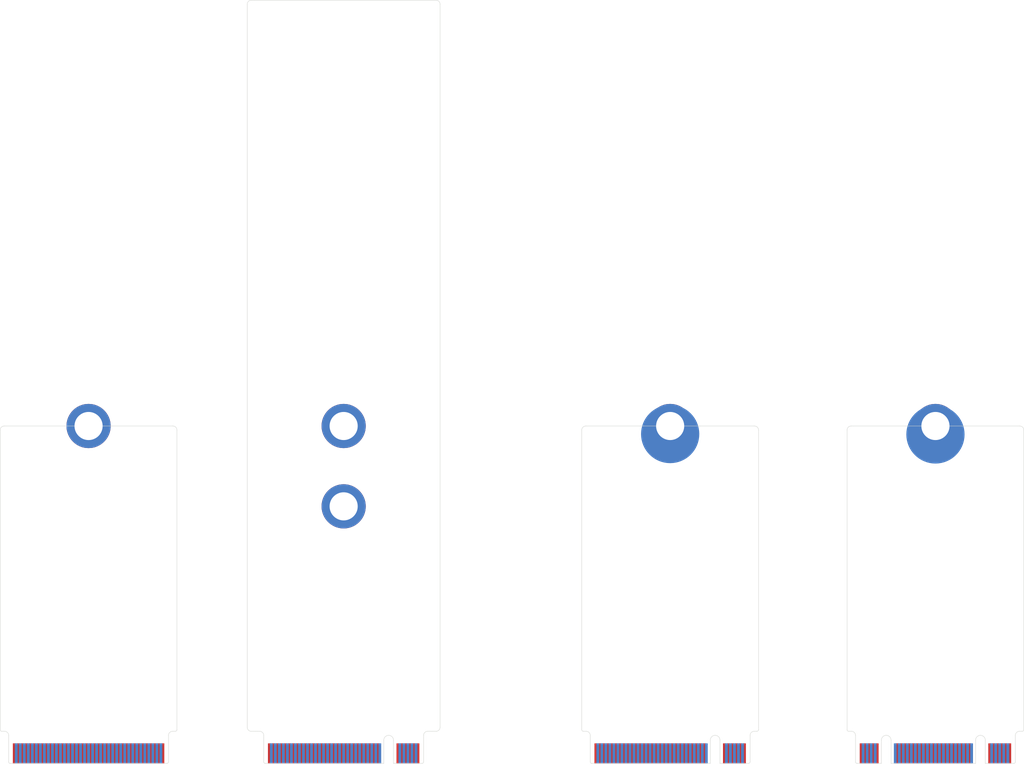
<source format=kicad_pcb>
(kicad_pcb (version 20201002) (generator pcbnew)

  (general
    (thickness 1.6)
  )

  (paper "A4")
  (layers
    (0 "F.Cu" signal "Top")
    (31 "B.Cu" signal "Bottom")
    (32 "B.Adhes" user "B.Adhesive")
    (33 "F.Adhes" user "F.Adhesive")
    (34 "B.Paste" user)
    (35 "F.Paste" user)
    (36 "B.SilkS" user "B.Silkscreen")
    (37 "F.SilkS" user "F.Silkscreen")
    (38 "B.Mask" user)
    (39 "F.Mask" user)
    (40 "Dwgs.User" user "User.Drawings")
    (41 "Cmts.User" user "User.Comments")
    (42 "Eco1.User" user "User.Eco1")
    (43 "Eco2.User" user "User.Eco2")
    (44 "Edge.Cuts" user)
    (45 "Margin" user)
    (46 "B.CrtYd" user "B.Courtyard")
    (47 "F.CrtYd" user "F.Courtyard")
    (48 "B.Fab" user)
    (49 "F.Fab" user)
    (50 "User.1" user)
    (51 "User.2" user)
    (52 "User.3" user)
    (53 "User.4" user)
    (54 "User.5" user)
    (55 "User.6" user)
    (56 "User.7" user)
    (57 "User.8" user)
    (58 "User.9" user)
  )

  (setup
    (pcbplotparams
      (layerselection 0x00010fc_ffffffff)
      (usegerberextensions false)
      (usegerberattributes true)
      (usegerberadvancedattributes true)
      (creategerberjobfile true)
      (svguseinch false)
      (svgprecision 6)
      (excludeedgelayer true)
      (linewidth 0.100000)
      (plotframeref false)
      (viasonmask false)
      (mode 1)
      (useauxorigin false)
      (hpglpennumber 1)
      (hpglpenspeed 20)
      (hpglpendiameter 15.000000)
      (psnegative false)
      (psa4output false)
      (plotreference true)
      (plotvalue true)
      (plotinvisibletext false)
      (sketchpadsonfab false)
      (subtractmaskfromsilk false)
      (outputformat 1)
      (mirror false)
      (drillshape 1)
      (scaleselection 1)
      (outputdirectory "")
    )
  )


  (net 0 "")

  (module "M.2-Templates:M.2-B-KEY" (layer "F.Cu") (tedit 0) (tstamp 2b1b480c-4cff-4bea-80bf-4e4d14f7fccd)
    (at 168.1861 152.5036)
    (property "Sheet file" "E:/Dropbox/Eagle Projects/M.2-Templates/KiCad/M.2-Templates.sch")
    (property "Sheet name" "M.2-Templates_0")
    (path "/56fb8db9-d85c-45ae-a2c2-f865f8ec3859")
    (fp_text reference "U$2" (at 0 0) (layer "F.SilkS") hide
      (effects (font (size 1.27 1.27) (thickness 0.15)))
      (tstamp 3761c365-f207-4deb-b262-754a0d1e1990)
    )
    (fp_text value "M.2-B-KEY" (at 0 0) (layer "F.SilkS") hide
      (effects (font (size 1.27 1.27) (thickness 0.15)))
      (tstamp f3242fd4-d348-4bee-aeeb-a384cf4a3b96)
    )
    (fp_circle (center 0 -41) (end 3 -41) (layer "B.Cu") (width 1.25) (tstamp fbafbb01-73ee-4798-a656-22f9432bafee))
    (fp_poly (pts (xy 2.55 -38.45)
      (xy -2.55 -38.45)
      (xy -2.55 -43.55)
      (xy 2.55 -43.55)) (layer "B.Cu") (width 0) (tstamp 279e0beb-f3c8-494d-ac2c-b6db5e9987fb))
    (fp_line (start 5 -2.9) (end 5 0) (layer "Edge.Cuts") (width 0.05) (tstamp 0221e960-6461-4b47-8538-bd4ff09979dc))
    (fp_line (start 9.95 -0.2) (end 9.95 -3.5) (layer "Edge.Cuts") (width 0.05) (tstamp 17cc1c4e-66b3-4c40-8dd2-40da4f9f07ac))
    (fp_line (start 6.2 0) (end 9.75 0) (layer "Edge.Cuts") (width 0.05) (tstamp 1ee09dd2-4c40-4ede-80dc-083ffe8ce791))
    (fp_line (start -9.75 0) (end 5 0) (layer "Edge.Cuts") (width 0.05) (tstamp 28501308-0005-4bb0-b0d7-f4e786391608))
    (fp_line (start -9.95 -3.5) (end -9.95 -0.2) (layer "Edge.Cuts") (width 0.05) (tstamp 28978deb-a22b-4349-b168-5e04983d510e))
    (fp_line (start 11 -4.2) (end 11 -41.5) (layer "Edge.Cuts") (width 0.05) (tstamp 3028277f-69a1-4c70-97ff-e957a2f496ae))
    (fp_line (start -10.8 -4) (end -10.45 -4) (layer "Edge.Cuts") (width 0.05) (tstamp 7b99bf13-39cf-44c2-b5fe-8ea50d358c1e))
    (fp_line (start 10.45 -4) (end 10.8 -4) (layer "Edge.Cuts") (width 0.05) (tstamp 8c9c507e-1ad8-4181-a39e-eed380e05fa5))
    (fp_line (start -11 -41.5) (end -11 -4.2) (layer "Edge.Cuts") (width 0.05) (tstamp b521caa9-0012-4261-8a1c-330bec34c287))
    (fp_line (start 10.5 -42) (end -10.5 -42) (layer "Edge.Cuts") (width 0.05) (tstamp d9c04d9d-4948-497a-83ef-997ae8b0ad61))
    (fp_line (start 6.2 -2.9) (end 6.2 0) (layer "Edge.Cuts") (width 0.05) (tstamp fd1cdad0-3e26-4170-b4fc-16fb5c858184))
    (fp_arc (start 9.75 -0.2) (end 9.75 0) (angle -90) (layer "Edge.Cuts") (width 0.05) (tstamp 097cc5d0-ea33-468e-b8a7-c5a646bd12d3))
    (fp_arc (start 5.6 -2.9) (end 5.6 -3.5) (angle -90) (layer "Edge.Cuts") (width 0.05) (tstamp 3b3ed34d-9be0-4a9e-ad2e-a24d706e71b5))
    (fp_arc (start -10.45 -3.5) (end -10.45 -4) (angle 90) (layer "Edge.Cuts") (width 0.05) (tstamp 4cb8b143-5485-4218-a633-c74c22c31d8f))
    (fp_arc (start -9.75 -0.2) (end -9.95 -0.2) (angle -90) (layer "Edge.Cuts") (width 0.05) (tstamp 982bafb3-5319-434c-9bd7-a4133d55b433))
    (fp_arc (start 10.45 -3.5) (end 9.95 -3.5) (angle 90) (layer "Edge.Cuts") (width 0.05) (tstamp 9cc92591-7a2f-4dec-bc4c-6ada2bd2596c))
    (fp_arc (start 10.5 -41.5) (end 11 -41.5) (angle -90) (layer "Edge.Cuts") (width 0.05) (tstamp bbdf7a35-6fd9-434d-9091-329b231ed8c6))
    (fp_arc (start -10.5 -41.5) (end -10.5 -42) (angle -90) (layer "Edge.Cuts") (width 0.05) (tstamp d7a5bc63-bb8c-4ad1-8939-c6a09254b1d7))
    (fp_arc (start -10.8 -4.2) (end -11 -4.2) (angle -90) (layer "Edge.Cuts") (width 0.05) (tstamp d97119a3-cd95-42b3-8632-daa082dc60cb))
    (fp_arc (start 10.8 -4.2) (end 10.8 -4) (angle -90) (layer "Edge.Cuts") (width 0.05) (tstamp e0417fe8-bad7-4555-b322-8220b0171e50))
    (fp_arc (start 5.6 -2.9) (end 5.6 -3.5) (angle 90) (layer "Edge.Cuts") (width 0.05) (tstamp faefb52c-a739-4698-a387-dddd4afc3e24))
    (pad "MOUNTING-HOLE" thru_hole circle (at 0 -42) (size 5.5 5.5) (drill 3.5) (layers *.Cu *.Mask)
      (solder_mask_margin 0.1016) (tstamp 27179410-41e5-44f7-bce8-94453e07f5e8))
    (pad "P$1" smd rect (at 9.25 -1.25) (size 0.35 2.5) (layers "F.Cu" "F.Paste" "F.Mask")
      (solder_mask_margin 0.1016) (tstamp 5b72a452-2cca-4971-964d-7c74970645f1))
    (pad "P$2" smd rect (at 9 -1.25) (size 0.35 2.5) (layers "B.Cu" "B.Paste" "B.Mask")
      (solder_mask_margin 0.1016) (tstamp e26f3ba9-0d8f-42d1-b85f-6fe01ea32bd0))
    (pad "P$3" smd rect (at 8.75 -1.25) (size 0.35 2.5) (layers "F.Cu" "F.Paste" "F.Mask")
      (solder_mask_margin 0.1016) (tstamp 07b1d5b7-6c23-444e-b1e9-849afda33669))
    (pad "P$4" smd rect (at 8.5 -1.25) (size 0.35 2.5) (layers "B.Cu" "B.Paste" "B.Mask")
      (solder_mask_margin 0.1016) (tstamp f2bab4b1-c48f-4202-8de7-feffb2d3e78c))
    (pad "P$5" smd rect (at 8.25 -1.25) (size 0.35 2.5) (layers "F.Cu" "F.Paste" "F.Mask")
      (solder_mask_margin 0.1016) (tstamp a047c183-25c3-40c8-943e-c7111999e76d))
    (pad "P$6" smd rect (at 8 -1.25) (size 0.35 2.5) (layers "B.Cu" "B.Paste" "B.Mask")
      (solder_mask_margin 0.1016) (tstamp 88af8a96-7f2e-4561-aa42-790e3e8b6f02))
    (pad "P$7" smd rect (at 7.75 -1.25) (size 0.35 2.5) (layers "F.Cu" "F.Paste" "F.Mask")
      (solder_mask_margin 0.1016) (tstamp 00e97b97-c466-4cc7-8c4b-471b0833833c))
    (pad "P$8" smd rect (at 7.5 -1.25) (size 0.35 2.5) (layers "B.Cu" "B.Paste" "B.Mask")
      (solder_mask_margin 0.1016) (tstamp 6a989267-0c20-4c12-9d59-62a9a35a0f71))
    (pad "P$9" smd rect (at 7.25 -1.25) (size 0.35 2.5) (layers "F.Cu" "F.Paste" "F.Mask")
      (solder_mask_margin 0.1016) (tstamp bb754c11-7f58-4538-b06e-204d3761082b))
    (pad "P$10" smd rect (at 7 -1.25) (size 0.35 2.5) (layers "B.Cu" "B.Paste" "B.Mask")
      (solder_mask_margin 0.1016) (tstamp ec895209-9e6f-4c48-acda-748a6d3df603))
    (pad "P$11" smd rect (at 6.75 -1.25) (size 0.35 2.5) (layers "F.Cu" "F.Paste" "F.Mask")
      (solder_mask_margin 0.1016) (tstamp 4d8d0c30-0a2d-4d17-ac52-0c642064c5d9))
    (pad "P$20" smd rect (at 4.5 -1.25) (size 0.35 2.5) (layers "B.Cu" "B.Paste" "B.Mask")
      (solder_mask_margin 0.1016) (tstamp 327cf20b-7578-43b4-88f9-6d79ce60414a))
    (pad "P$21" smd rect (at 4.25 -1.25) (size 0.35 2.5) (layers "F.Cu" "F.Paste" "F.Mask")
      (solder_mask_margin 0.1016) (tstamp aa778ab9-07e7-4750-8241-e65422f53e87))
    (pad "P$22" smd rect (at 4 -1.25) (size 0.35 2.5) (layers "B.Cu" "B.Paste" "B.Mask")
      (solder_mask_margin 0.1016) (tstamp bdc6e863-c956-4724-99b2-a92d5625151e))
    (pad "P$23" smd rect (at 3.75 -1.25) (size 0.35 2.5) (layers "F.Cu" "F.Paste" "F.Mask")
      (solder_mask_margin 0.1016) (tstamp 83968c15-43d7-4145-bc50-9b64df326c59))
    (pad "P$24" smd rect (at 3.5 -1.25) (size 0.35 2.5) (layers "B.Cu" "B.Paste" "B.Mask")
      (solder_mask_margin 0.1016) (tstamp 38847beb-955a-4faf-b1f8-df425cc24d23))
    (pad "P$25" smd rect (at 3.25 -1.25) (size 0.35 2.5) (layers "F.Cu" "F.Paste" "F.Mask")
      (solder_mask_margin 0.1016) (tstamp a4d9e5e5-79e3-45bb-9350-e88979c87e0a))
    (pad "P$26" smd rect (at 3 -1.25) (size 0.35 2.5) (layers "B.Cu" "B.Paste" "B.Mask")
      (solder_mask_margin 0.1016) (tstamp df854bc1-2a3d-4efc-877c-f8e219448771))
    (pad "P$27" smd rect (at 2.75 -1.25) (size 0.35 2.5) (layers "F.Cu" "F.Paste" "F.Mask")
      (solder_mask_margin 0.1016) (tstamp 4a225061-c846-497d-bfd2-3ecadf226ea1))
    (pad "P$28" smd rect (at 2.5 -1.25) (size 0.35 2.5) (layers "B.Cu" "B.Paste" "B.Mask")
      (solder_mask_margin 0.1016) (tstamp a6c3e174-e46d-4ace-8935-2dbfe56a24db))
    (pad "P$29" smd rect (at 2.25 -1.25) (size 0.35 2.5) (layers "F.Cu" "F.Paste" "F.Mask")
      (solder_mask_margin 0.1016) (tstamp 8c4c463e-6661-42ed-a821-60b0db391332))
    (pad "P$30" smd rect (at 2 -1.25) (size 0.35 2.5) (layers "B.Cu" "B.Paste" "B.Mask")
      (solder_mask_margin 0.1016) (tstamp f24f3e9d-b8ce-4604-89ae-bee5d6daaee4))
    (pad "P$31" smd rect (at 1.75 -1.25) (size 0.35 2.5) (layers "F.Cu" "F.Paste" "F.Mask")
      (solder_mask_margin 0.1016) (tstamp e4c5948f-a2a9-45db-887f-e494bdcb441d))
    (pad "P$32" smd rect (at 1.5 -1.25) (size 0.35 2.5) (layers "B.Cu" "B.Paste" "B.Mask")
      (solder_mask_margin 0.1016) (tstamp 34b620b6-d835-4d30-9e74-37a11dd26aa9))
    (pad "P$33" smd rect (at 1.25 -1.25) (size 0.35 2.5) (layers "F.Cu" "F.Paste" "F.Mask")
      (solder_mask_margin 0.1016) (tstamp 6e68ec35-3ab9-4fb6-9bec-01f0f8407d37))
    (pad "P$34" smd rect (at 1 -1.25) (size 0.35 2.5) (layers "B.Cu" "B.Paste" "B.Mask")
      (solder_mask_margin 0.1016) (tstamp 7112f00f-7330-4973-88a5-871bf14499f4))
    (pad "P$35" smd rect (at 0.75 -1.25) (size 0.35 2.5) (layers "F.Cu" "F.Paste" "F.Mask")
      (solder_mask_margin 0.1016) (tstamp c49a1de6-c4b0-4a35-b3e1-6bff316c1987))
    (pad "P$36" smd rect (at 0.5 -1.25) (size 0.35 2.5) (layers "B.Cu" "B.Paste" "B.Mask")
      (solder_mask_margin 0.1016) (tstamp ae242eaa-69e0-4462-a143-79ee9d7d27a5))
    (pad "P$37" smd rect (at 0.25 -1.25) (size 0.35 2.5) (layers "F.Cu" "F.Paste" "F.Mask")
      (solder_mask_margin 0.1016) (tstamp 2300a139-dd5b-4e28-89cb-c6b8c001bd79))
    (pad "P$38" smd rect (at 0 -1.25) (size 0.35 2.5) (layers "B.Cu" "B.Paste" "B.Mask")
      (solder_mask_margin 0.1016) (tstamp 9780870f-dd78-4d82-b374-094b0e763c29))
    (pad "P$39" smd rect (at -0.25 -1.25) (size 0.35 2.5) (layers "F.Cu" "F.Paste" "F.Mask")
      (solder_mask_margin 0.1016) (tstamp f38fdd3b-49bb-409b-99bb-fdeba6d51cfc))
    (pad "P$40" smd rect (at -0.5 -1.25) (size 0.35 2.5) (layers "B.Cu" "B.Paste" "B.Mask")
      (solder_mask_margin 0.1016) (tstamp 8271442e-a0ba-4643-8119-b90b180587b8))
    (pad "P$41" smd rect (at -0.75 -1.25) (size 0.35 2.5) (layers "F.Cu" "F.Paste" "F.Mask")
      (solder_mask_margin 0.1016) (tstamp c468e363-e946-4f83-99a7-7f0927e50ca7))
    (pad "P$42" smd rect (at -1 -1.25) (size 0.35 2.5) (layers "B.Cu" "B.Paste" "B.Mask")
      (solder_mask_margin 0.1016) (tstamp 7cf28ff6-cb08-476f-9be6-445d965ba7fc))
    (pad "P$43" smd rect (at -1.25 -1.25) (size 0.35 2.5) (layers "F.Cu" "F.Paste" "F.Mask")
      (solder_mask_margin 0.1016) (tstamp 39a30b9d-5060-4674-9d62-520d315f6834))
    (pad "P$44" smd rect (at -1.5 -1.25) (size 0.35 2.5) (layers "B.Cu" "B.Paste" "B.Mask")
      (solder_mask_margin 0.1016) (tstamp 37eec98c-3b6f-4115-a855-3cd74a363ef4))
    (pad "P$45" smd rect (at -1.75 -1.25) (size 0.35 2.5) (layers "F.Cu" "F.Paste" "F.Mask")
      (solder_mask_margin 0.1016) (tstamp 595273fd-f9fd-4a08-b34a-d26a278b12ef))
    (pad "P$46" smd rect (at -2 -1.25) (size 0.35 2.5) (layers "B.Cu" "B.Paste" "B.Mask")
      (solder_mask_margin 0.1016) (tstamp 4e740c9a-4d68-4f84-9727-b59df4f90b20))
    (pad "P$47" smd rect (at -2.25 -1.25) (size 0.35 2.5) (layers "F.Cu" "F.Paste" "F.Mask")
      (solder_mask_margin 0.1016) (tstamp 7a6b110d-7b7f-4108-a5e8-241e9827a937))
    (pad "P$48" smd rect (at -2.5 -1.25) (size 0.35 2.5) (layers "B.Cu" "B.Paste" "B.Mask")
      (solder_mask_margin 0.1016) (tstamp 99446175-d4bb-4777-adc7-f9f51aef48e2))
    (pad "P$49" smd rect (at -2.75 -1.25) (size 0.35 2.5) (layers "F.Cu" "F.Paste" "F.Mask")
      (solder_mask_margin 0.1016) (tstamp f9a32e11-3922-4afc-9985-f1e420f5d75e))
    (pad "P$50" smd rect (at -3 -1.25) (size 0.35 2.5) (layers "B.Cu" "B.Paste" "B.Mask")
      (solder_mask_margin 0.1016) (tstamp b7a13e65-9578-4856-9952-e693a1d0127f))
    (pad "P$51" smd rect (at -3.25 -1.25) (size 0.35 2.5) (layers "F.Cu" "F.Paste" "F.Mask")
      (solder_mask_margin 0.1016) (tstamp fca906fa-c6fc-45f0-85d4-107a28b189fa))
    (pad "P$52" smd rect (at -3.5 -1.25) (size 0.35 2.5) (layers "B.Cu" "B.Paste" "B.Mask")
      (solder_mask_margin 0.1016) (tstamp 8bb8357f-ce4d-493c-9f95-c0d47e01c4f9))
    (pad "P$53" smd rect (at -3.75 -1.25) (size 0.35 2.5) (layers "F.Cu" "F.Paste" "F.Mask")
      (solder_mask_margin 0.1016) (tstamp a6a96fcd-647a-4576-aada-56f7b9535416))
    (pad "P$54" smd rect (at -4 -1.25) (size 0.35 2.5) (layers "B.Cu" "B.Paste" "B.Mask")
      (solder_mask_margin 0.1016) (tstamp 612ab2b5-d378-4d29-8170-1fb83a65488a))
    (pad "P$55" smd rect (at -4.25 -1.25) (size 0.35 2.5) (layers "F.Cu" "F.Paste" "F.Mask")
      (solder_mask_margin 0.1016) (tstamp 1251d28e-9a1b-40bc-88fb-28ce07228366))
    (pad "P$56" smd rect (at -4.5 -1.25) (size 0.35 2.5) (layers "B.Cu" "B.Paste" "B.Mask")
      (solder_mask_margin 0.1016) (tstamp 4eaabb33-9ee3-46cd-8296-3a24c8f2b176))
    (pad "P$57" smd rect (at -4.75 -1.25) (size 0.35 2.5) (layers "F.Cu" "F.Paste" "F.Mask")
      (solder_mask_margin 0.1016) (tstamp 869d3c19-d60a-405c-a1b6-1d90c52c7354))
    (pad "P$58" smd rect (at -5 -1.25) (size 0.35 2.5) (layers "B.Cu" "B.Paste" "B.Mask")
      (solder_mask_margin 0.1016) (tstamp 5bfedec1-1f57-497d-9620-643effec319e))
    (pad "P$59" smd rect (at -5.25 -1.25) (size 0.35 2.5) (layers "F.Cu" "F.Paste" "F.Mask")
      (solder_mask_margin 0.1016) (tstamp 24f1f97f-0d57-4e5b-be02-8744262ba8fa))
    (pad "P$60" smd rect (at -5.5 -1.25) (size 0.35 2.5) (layers "B.Cu" "B.Paste" "B.Mask")
      (solder_mask_margin 0.1016) (tstamp ce349e4c-97b2-4da0-8f4d-16741433f894))
    (pad "P$61" smd rect (at -5.75 -1.25) (size 0.35 2.5) (layers "F.Cu" "F.Paste" "F.Mask")
      (solder_mask_margin 0.1016) (tstamp 4e9d49fc-3c2a-4e76-87e9-a572242bccc8))
    (pad "P$62" smd rect (at -6 -1.25) (size 0.35 2.5) (layers "B.Cu" "B.Paste" "B.Mask")
      (solder_mask_margin 0.1016) (tstamp 23c7da2d-c860-412c-90f7-617ee138afae))
    (pad "P$63" smd rect (at -6.25 -1.25) (size 0.35 2.5) (layers "F.Cu" "F.Paste" "F.Mask")
      (solder_mask_margin 0.1016) (tstamp 572452a7-02cd-4e7f-861d-0c9ea3db8682))
    (pad "P$64" smd rect (at -6.5 -1.25) (size 0.35 2.5) (layers "B.Cu" "B.Paste" "B.Mask")
      (solder_mask_margin 0.1016) (tstamp f440558b-a591-4d16-ba41-1f47aeece8bb))
    (pad "P$65" smd rect (at -6.75 -1.25) (size 0.35 2.5) (layers "F.Cu" "F.Paste" "F.Mask")
      (solder_mask_margin 0.1016) (tstamp 7d38b4a5-d4c1-45d2-8b7d-4d5bc86d1246))
    (pad "P$66" smd rect (at -7 -1.25) (size 0.35 2.5) (layers "B.Cu" "B.Paste" "B.Mask")
      (solder_mask_margin 0.1016) (tstamp 1951a557-657b-4dd4-8ee3-8ebd61adbe10))
    (pad "P$67" smd rect (at -7.25 -1.25) (size 0.35 2.5) (layers "F.Cu" "F.Paste" "F.Mask")
      (solder_mask_margin 0.1016) (tstamp dbbb16c8-a1a3-4cf3-a1b7-db3132f8a3fb))
    (pad "P$68" smd rect (at -7.5 -1.25) (size 0.35 2.5) (layers "B.Cu" "B.Paste" "B.Mask")
      (solder_mask_margin 0.1016) (tstamp cbb64ade-e4f1-40d5-9a03-37d9cd2f19c3))
    (pad "P$69" smd rect (at -7.75 -1.25) (size 0.35 2.5) (layers "F.Cu" "F.Paste" "F.Mask")
      (solder_mask_margin 0.1016) (tstamp a1b7b6da-88fe-47f9-ae08-2e522dd98eef))
    (pad "P$70" smd rect (at -8 -1.25) (size 0.35 2.5) (layers "B.Cu" "B.Paste" "B.Mask")
      (solder_mask_margin 0.1016) (tstamp 746352d7-8582-4bd1-86f4-413747ca1687))
    (pad "P$71" smd rect (at -8.25 -1.25) (size 0.35 2.5) (layers "F.Cu" "F.Paste" "F.Mask")
      (solder_mask_margin 0.1016) (tstamp 5afffedc-4726-4121-abc1-f01790fce806))
    (pad "P$72" smd rect (at -8.5 -1.25) (size 0.35 2.5) (layers "B.Cu" "B.Paste" "B.Mask")
      (solder_mask_margin 0.1016) (tstamp dec2d703-0cae-4b43-88ce-27570d9f543d))
    (pad "P$73" smd rect (at -8.75 -1.25) (size 0.35 2.5) (layers "F.Cu" "F.Paste" "F.Mask")
      (solder_mask_margin 0.1016) (tstamp d616d513-dc89-4954-8985-3e3efae3ab7c))
    (pad "P$74" smd rect (at -9 -1.25) (size 0.35 2.5) (layers "B.Cu" "B.Paste" "B.Mask")
      (solder_mask_margin 0.1016) (tstamp 96aa93f9-2aa6-4522-8d31-9bd0bcd00629))
    (pad "P$75" smd rect (at -9.25 -1.25) (size 0.35 2.5) (layers "F.Cu" "F.Paste" "F.Mask")
      (solder_mask_margin 0.1016) (tstamp 51b2060b-1e60-4eb8-a07e-e2f52deb6371))
  )

  (module "M.2-Templates:M.2-B+M-KEY" (layer "F.Cu") (tedit 0) (tstamp 4a76d6c8-912d-4791-9dee-c212fca49958)
    (at 201.2061 152.5036)
    (property "Sheet file" "E:/Dropbox/Eagle Projects/M.2-Templates/KiCad/M.2-Templates.sch")
    (property "Sheet name" "M.2-Templates_0")
    (path "/27f3d994-3c2e-4b7a-be18-22906c1ee96f")
    (fp_text reference "U$1" (at 0 0) (layer "F.SilkS") hide
      (effects (font (size 1.27 1.27) (thickness 0.15)))
      (tstamp ad4d770a-268b-41f4-afeb-2dc0ab65747e)
    )
    (fp_text value "M.2-B+M-KEY" (at 0 0) (layer "F.SilkS") hide
      (effects (font (size 1.27 1.27) (thickness 0.15)))
      (tstamp 88d2ccb5-a59f-4510-98ac-8d457d858833)
    )
    (fp_circle (center 0 -40.95) (end 3 -40.95) (layer "B.Cu") (width 1.25) (tstamp 5ff9d627-8556-44cc-adff-68ef4e598291))
    (fp_poly (pts (xy 2.55 -38.45)
      (xy -2.55 -38.45)
      (xy -2.55 -43.55)
      (xy 2.55 -43.55)) (layer "B.Cu") (width 0) (tstamp 903473b7-0f1b-40c8-a249-d9c1e97ab941))
    (fp_line (start 5 -2.9) (end 5 0) (layer "Edge.Cuts") (width 0.05) (tstamp 2f4b4112-22ea-417c-973e-c3a80fd9824d))
    (fp_line (start 11 -4.2) (end 11 -41.5) (layer "Edge.Cuts") (width 0.05) (tstamp 44ca6b16-d340-45c3-8da1-879d7c4aa3f3))
    (fp_line (start 6.2 -2.9) (end 6.2 0) (layer "Edge.Cuts") (width 0.05) (tstamp 4774840d-7bb3-4a61-abd0-7d06b853b315))
    (fp_line (start 10.5 -42) (end -10.5 -42) (layer "Edge.Cuts") (width 0.05) (tstamp 48d78b06-5cc0-4a72-a5b9-9e544737e957))
    (fp_line (start -6.725 0) (end -9.75 0) (layer "Edge.Cuts") (width 0.05) (tstamp 558f6b9d-394d-425c-87b5-d96f9ba74312))
    (fp_line (start -11 -41.5) (end -11 -4.2) (layer "Edge.Cuts") (width 0.05) (tstamp 81582045-f4c0-4c3d-a6ff-db0a940b7f60))
    (fp_line (start -9.95 -3.5) (end -9.95 -0.2) (layer "Edge.Cuts") (width 0.05) (tstamp 842e6f60-fb39-4b0b-8d85-348f594870f8))
    (fp_line (start -10.8 -4) (end -10.45 -4) (layer "Edge.Cuts") (width 0.05) (tstamp a77d51af-c04b-4e84-ad3c-e1ce433ae024))
    (fp_line (start 6.2 0) (end 9.75 0) (layer "Edge.Cuts") (width 0.05) (tstamp a92443a7-f98a-4775-a997-252b583b32b4))
    (fp_line (start -5.525 0) (end 5 0) (layer "Edge.Cuts") (width 0.05) (tstamp b0c1d2c3-f609-4724-ad3c-f97911c58070))
    (fp_line (start 9.95 -0.2) (end 9.95 -3.5) (layer "Edge.Cuts") (width 0.05) (tstamp c602c895-89a9-4b81-8006-63a861cb4fdd))
    (fp_line (start -6.725 -2.9) (end -6.725 0) (layer "Edge.Cuts") (width 0.05) (tstamp d2eed191-0f12-45d9-97a7-3d1306e461ea))
    (fp_line (start 10.45 -4) (end 10.8 -4) (layer "Edge.Cuts") (width 0.05) (tstamp e7110692-ec6e-43cb-97b7-ce6a0648133b))
    (fp_line (start -5.525 -2.9) (end -5.525 0) (layer "Edge.Cuts") (width 0.05) (tstamp fd694db3-0067-4940-a44d-a0664c747a5d))
    (fp_arc (start -9.75 -0.2) (end -9.95 -0.2) (angle -90) (layer "Edge.Cuts") (width 0.05) (tstamp 1be230d3-3beb-49d9-a2df-7843d32b66aa))
    (fp_arc (start -6.125 -2.9) (end -6.125 -3.5) (angle 90) (layer "Edge.Cuts") (width 0.05) (tstamp 22c022f0-bfde-4c7d-a9df-8e8be848a0c0))
    (fp_arc (start 10.8 -4.2) (end 10.8 -4) (angle -90) (layer "Edge.Cuts") (width 0.05) (tstamp 3df9c70e-3f43-4045-a03b-920ffdd07e85))
    (fp_arc (start -6.125 -2.9) (end -6.125 -3.5) (angle -90) (layer "Edge.Cuts") (width 0.05) (tstamp 508f2c18-b224-4388-8d1a-88c3ea10a4a6))
    (fp_arc (start 5.6 -2.9) (end 5.6 -3.5) (angle 90) (layer "Edge.Cuts") (width 0.05) (tstamp 52ed5342-5a35-4e25-8db0-d123e54fb9e2))
    (fp_arc (start -10.45 -3.5) (end -10.45 -4) (angle 90) (layer "Edge.Cuts") (width 0.05) (tstamp 6d3d9504-a6d7-4d0e-b7a9-324640ce0cb7))
    (fp_arc (start -10.5 -41.5) (end -10.5 -42) (angle -90) (layer "Edge.Cuts") (width 0.05) (tstamp 805f1763-a59b-4c66-b059-6f10e9bf22ee))
    (fp_arc (start -10.8 -4.2) (end -11 -4.2) (angle -90) (layer "Edge.Cuts") (width 0.05) (tstamp 80b18437-829d-4e12-abba-ff871a3098c2))
    (fp_arc (start 5.6 -2.9) (end 5.6 -3.5) (angle -90) (layer "Edge.Cuts") (width 0.05) (tstamp 840a2542-59d1-404d-8ab3-437de2038c68))
    (fp_arc (start 10.45 -3.5) (end 9.95 -3.5) (angle 90) (layer "Edge.Cuts") (width 0.05) (tstamp 88367e78-075b-4e47-9aa4-14ca03cbce2b))
    (fp_arc (start 10.5 -41.5) (end 11 -41.5) (angle -90) (layer "Edge.Cuts") (width 0.05) (tstamp 949fdb67-4eea-4ebe-bb09-cffa7edc933c))
    (fp_arc (start 9.75 -0.2) (end 9.75 0) (angle -90) (layer "Edge.Cuts") (width 0.05) (tstamp cd1cac1d-b98e-4c44-bdc2-6d08318f0541))
    (pad "MOUNTING-HOLE" thru_hole circle (at 0 -42) (size 5.5 5.5) (drill 3.5) (layers *.Cu *.Mask)
      (solder_mask_margin 0.1016) (tstamp ad18c8d7-3f04-42a3-805c-7ad5f73edafc))
    (pad "P$1" smd rect (at 9.25 -1.25) (size 0.35 2.5) (layers "F.Cu" "F.Paste" "F.Mask")
      (solder_mask_margin 0.1016) (tstamp 476b3744-66c3-4ff9-bdfa-05b88dc4f97d))
    (pad "P$2" smd rect (at 9 -1.25) (size 0.35 2.5) (layers "B.Cu" "B.Paste" "B.Mask")
      (solder_mask_margin 0.1016) (tstamp 905b9dac-97cb-48f4-8659-5c4604be1a5a))
    (pad "P$3" smd rect (at 8.75 -1.25) (size 0.35 2.5) (layers "F.Cu" "F.Paste" "F.Mask")
      (solder_mask_margin 0.1016) (tstamp baa291f9-5a4c-4249-a322-6cac71e6887e))
    (pad "P$4" smd rect (at 8.5 -1.25) (size 0.35 2.5) (layers "B.Cu" "B.Paste" "B.Mask")
      (solder_mask_margin 0.1016) (tstamp 7df311be-3517-4bc8-ba50-c93c72d58aed))
    (pad "P$5" smd rect (at 8.25 -1.25) (size 0.35 2.5) (layers "F.Cu" "F.Paste" "F.Mask")
      (solder_mask_margin 0.1016) (tstamp 1691dfa0-e968-4cf4-8e08-1b8b0b6da5ae))
    (pad "P$6" smd rect (at 8 -1.25) (size 0.35 2.5) (layers "B.Cu" "B.Paste" "B.Mask")
      (solder_mask_margin 0.1016) (tstamp eeaafe93-ad12-4255-8692-fbb1e369aa4b))
    (pad "P$7" smd rect (at 7.75 -1.25) (size 0.35 2.5) (layers "F.Cu" "F.Paste" "F.Mask")
      (solder_mask_margin 0.1016) (tstamp 50fb779f-95f9-4d61-b220-233048828218))
    (pad "P$8" smd rect (at 7.5 -1.25) (size 0.35 2.5) (layers "B.Cu" "B.Paste" "B.Mask")
      (solder_mask_margin 0.1016) (tstamp b1cc7827-b461-4e16-a63e-e8d30ef03fd6))
    (pad "P$9" smd rect (at 7.25 -1.25) (size 0.35 2.5) (layers "F.Cu" "F.Paste" "F.Mask")
      (solder_mask_margin 0.1016) (tstamp fcacf97b-3065-45ba-bdd8-33a820c74779))
    (pad "P$10" smd rect (at 7 -1.25) (size 0.35 2.5) (layers "B.Cu" "B.Paste" "B.Mask")
      (solder_mask_margin 0.1016) (tstamp ecb67675-1fd4-4e43-ab08-71a7e2199230))
    (pad "P$11" smd rect (at 6.75 -1.25) (size 0.35 2.5) (layers "F.Cu" "F.Paste" "F.Mask")
      (solder_mask_margin 0.1016) (tstamp 198e968b-6f9b-4d37-a87b-cc735ca5966a))
    (pad "P$20" smd rect (at 4.5 -1.25) (size 0.35 2.5) (layers "B.Cu" "B.Paste" "B.Mask")
      (solder_mask_margin 0.1016) (tstamp 07d8a5ea-a185-4eea-8aa1-f9a31eaa5034))
    (pad "P$21" smd rect (at 4.25 -1.25) (size 0.35 2.5) (layers "F.Cu" "F.Paste" "F.Mask")
      (solder_mask_margin 0.1016) (tstamp 5d6a3afe-4678-46c3-9672-b5f2e8e825c1))
    (pad "P$22" smd rect (at 4 -1.25) (size 0.35 2.5) (layers "B.Cu" "B.Paste" "B.Mask")
      (solder_mask_margin 0.1016) (tstamp 965b0363-20bc-46b1-9d05-0f6a9cc450f9))
    (pad "P$23" smd rect (at 3.75 -1.25) (size 0.35 2.5) (layers "F.Cu" "F.Paste" "F.Mask")
      (solder_mask_margin 0.1016) (tstamp af0dd528-c123-4ea2-8254-00fb4988b905))
    (pad "P$24" smd rect (at 3.5 -1.25) (size 0.35 2.5) (layers "B.Cu" "B.Paste" "B.Mask")
      (solder_mask_margin 0.1016) (tstamp b1e24e50-4fc9-4982-8c64-d2629054ee81))
    (pad "P$25" smd rect (at 3.25 -1.25) (size 0.35 2.5) (layers "F.Cu" "F.Paste" "F.Mask")
      (solder_mask_margin 0.1016) (tstamp cb784f55-3bd0-48a6-9be7-c490de4c37a0))
    (pad "P$26" smd rect (at 3 -1.25) (size 0.35 2.5) (layers "B.Cu" "B.Paste" "B.Mask")
      (solder_mask_margin 0.1016) (tstamp c7dd0c53-cc3e-40f0-9f8f-e33e8bbdb9ee))
    (pad "P$27" smd rect (at 2.75 -1.25) (size 0.35 2.5) (layers "F.Cu" "F.Paste" "F.Mask")
      (solder_mask_margin 0.1016) (tstamp 94e67664-c81d-4fd0-8334-79e642094a78))
    (pad "P$28" smd rect (at 2.5 -1.25) (size 0.35 2.5) (layers "B.Cu" "B.Paste" "B.Mask")
      (solder_mask_margin 0.1016) (tstamp 4b63048a-5388-48b8-b0f1-155f85ba81cc))
    (pad "P$29" smd rect (at 2.25 -1.25) (size 0.35 2.5) (layers "F.Cu" "F.Paste" "F.Mask")
      (solder_mask_margin 0.1016) (tstamp 6779a109-fc72-42cf-b48c-417bd3c80b7e))
    (pad "P$30" smd rect (at 2 -1.25) (size 0.35 2.5) (layers "B.Cu" "B.Paste" "B.Mask")
      (solder_mask_margin 0.1016) (tstamp 775e6863-245e-4905-8143-d96385e2b9e7))
    (pad "P$31" smd rect (at 1.75 -1.25) (size 0.35 2.5) (layers "F.Cu" "F.Paste" "F.Mask")
      (solder_mask_margin 0.1016) (tstamp 67ca93c8-22ba-4291-8687-cb1330c0f25a))
    (pad "P$32" smd rect (at 1.5 -1.25) (size 0.35 2.5) (layers "B.Cu" "B.Paste" "B.Mask")
      (solder_mask_margin 0.1016) (tstamp 28c93cb2-5262-4af7-a9ef-7b021dac6894))
    (pad "P$33" smd rect (at 1.25 -1.25) (size 0.35 2.5) (layers "F.Cu" "F.Paste" "F.Mask")
      (solder_mask_margin 0.1016) (tstamp 0bc897c6-adf6-4fb6-a2ba-4d1ab636d7ad))
    (pad "P$34" smd rect (at 1 -1.25) (size 0.35 2.5) (layers "B.Cu" "B.Paste" "B.Mask")
      (solder_mask_margin 0.1016) (tstamp 23c23226-0a22-4538-a6d3-cbd6628685f1))
    (pad "P$35" smd rect (at 0.75 -1.25) (size 0.35 2.5) (layers "F.Cu" "F.Paste" "F.Mask")
      (solder_mask_margin 0.1016) (tstamp bb45ce81-e730-4e84-9794-e461557a3240))
    (pad "P$36" smd rect (at 0.5 -1.25) (size 0.35 2.5) (layers "B.Cu" "B.Paste" "B.Mask")
      (solder_mask_margin 0.1016) (tstamp 889bd400-df22-4b5c-a56e-049473feb4b4))
    (pad "P$37" smd rect (at 0.25 -1.25) (size 0.35 2.5) (layers "F.Cu" "F.Paste" "F.Mask")
      (solder_mask_margin 0.1016) (tstamp ec2cfcbe-85a4-4af9-9b57-e7aee1654831))
    (pad "P$38" smd rect (at 0 -1.25) (size 0.35 2.5) (layers "B.Cu" "B.Paste" "B.Mask")
      (solder_mask_margin 0.1016) (tstamp 1e4ecf0a-72ce-4959-9822-cacd5ab2fe62))
    (pad "P$39" smd rect (at -0.25 -1.25) (size 0.35 2.5) (layers "F.Cu" "F.Paste" "F.Mask")
      (solder_mask_margin 0.1016) (tstamp 28508b62-a3df-41ba-b179-55188a8e655a))
    (pad "P$40" smd rect (at -0.5 -1.25) (size 0.35 2.5) (layers "B.Cu" "B.Paste" "B.Mask")
      (solder_mask_margin 0.1016) (tstamp f168322e-1bce-432d-9b94-d39893a5a401))
    (pad "P$41" smd rect (at -0.75 -1.25) (size 0.35 2.5) (layers "F.Cu" "F.Paste" "F.Mask")
      (solder_mask_margin 0.1016) (tstamp db682304-aef7-4a16-9555-70188385bf92))
    (pad "P$42" smd rect (at -1 -1.25) (size 0.35 2.5) (layers "B.Cu" "B.Paste" "B.Mask")
      (solder_mask_margin 0.1016) (tstamp c3b1a6fe-c0a3-485c-9577-ce88167bf907))
    (pad "P$43" smd rect (at -1.25 -1.25) (size 0.35 2.5) (layers "F.Cu" "F.Paste" "F.Mask")
      (solder_mask_margin 0.1016) (tstamp e59c4f4f-f925-4f27-a604-f83d39c742c5))
    (pad "P$44" smd rect (at -1.5 -1.25) (size 0.35 2.5) (layers "B.Cu" "B.Paste" "B.Mask")
      (solder_mask_margin 0.1016) (tstamp ed74a191-2323-4a6d-b72a-052a4597a931))
    (pad "P$45" smd rect (at -1.75 -1.25) (size 0.35 2.5) (layers "F.Cu" "F.Paste" "F.Mask")
      (solder_mask_margin 0.1016) (tstamp 0bd0cc0e-a909-482d-a9aa-798580b35a6d))
    (pad "P$46" smd rect (at -2 -1.25) (size 0.35 2.5) (layers "B.Cu" "B.Paste" "B.Mask")
      (solder_mask_margin 0.1016) (tstamp 9b59d34e-34a0-4f82-8724-a34468d912c7))
    (pad "P$47" smd rect (at -2.25 -1.25) (size 0.35 2.5) (layers "F.Cu" "F.Paste" "F.Mask")
      (solder_mask_margin 0.1016) (tstamp c825dec8-54ba-44e6-a1c4-c23c1c81a8ba))
    (pad "P$48" smd rect (at -2.5 -1.25) (size 0.35 2.5) (layers "B.Cu" "B.Paste" "B.Mask")
      (solder_mask_margin 0.1016) (tstamp 562eb840-62d8-4e66-9bc8-01c8a65537f7))
    (pad "P$49" smd rect (at -2.75 -1.25) (size 0.35 2.5) (layers "F.Cu" "F.Paste" "F.Mask")
      (solder_mask_margin 0.1016) (tstamp 3ebfb7c0-4b76-4cf5-a115-0c7461581fa7))
    (pad "P$50" smd rect (at -3 -1.25) (size 0.35 2.5) (layers "B.Cu" "B.Paste" "B.Mask")
      (solder_mask_margin 0.1016) (tstamp 529266ae-ecd1-46dc-8ee6-a6f35c579cc0))
    (pad "P$51" smd rect (at -3.25 -1.25) (size 0.35 2.5) (layers "F.Cu" "F.Paste" "F.Mask")
      (solder_mask_margin 0.1016) (tstamp 1f113e20-4dcb-4151-8f7d-3864edb923be))
    (pad "P$52" smd rect (at -3.5 -1.25) (size 0.35 2.5) (layers "B.Cu" "B.Paste" "B.Mask")
      (solder_mask_margin 0.1016) (tstamp 2b161645-4beb-412b-aa04-6b572ea0dc67))
    (pad "P$53" smd rect (at -3.75 -1.25) (size 0.35 2.5) (layers "F.Cu" "F.Paste" "F.Mask")
      (solder_mask_margin 0.1016) (tstamp dfb9019b-c3e1-4452-ba88-da1b8b848f02))
    (pad "P$54" smd rect (at -4 -1.25) (size 0.35 2.5) (layers "B.Cu" "B.Paste" "B.Mask")
      (solder_mask_margin 0.1016) (tstamp bba4c726-fad0-4803-a2e2-3f1a79bbc8fb))
    (pad "P$55" smd rect (at -4.25 -1.25) (size 0.35 2.5) (layers "F.Cu" "F.Paste" "F.Mask")
      (solder_mask_margin 0.1016) (tstamp 34a7f349-420b-4501-a097-37206bccfb7b))
    (pad "P$56" smd rect (at -4.5 -1.25) (size 0.35 2.5) (layers "B.Cu" "B.Paste" "B.Mask")
      (solder_mask_margin 0.1016) (tstamp 94c6a2c5-2653-42a6-ab16-be6c9974644f))
    (pad "P$57" smd rect (at -4.75 -1.25) (size 0.35 2.5) (layers "F.Cu" "F.Paste" "F.Mask")
      (solder_mask_margin 0.1016) (tstamp 576d6441-d093-46c5-9985-52fcc2f4b860))
    (pad "P$58" smd rect (at -5 -1.25) (size 0.35 2.5) (layers "B.Cu" "B.Paste" "B.Mask")
      (solder_mask_margin 0.1016) (tstamp 0837d282-1fc1-425a-89d7-9711a7cde504))
    (pad "P$67" smd rect (at -7.25 -1.25) (size 0.35 2.5) (layers "F.Cu" "F.Paste" "F.Mask")
      (solder_mask_margin 0.1016) (tstamp 4583b1b3-c321-4b2d-a5da-f7597ea96846))
    (pad "P$68" smd rect (at -7.5 -1.25) (size 0.35 2.5) (layers "B.Cu" "B.Paste" "B.Mask")
      (solder_mask_margin 0.1016) (tstamp d078cfd0-e735-4811-a998-6dccb6d88a85))
    (pad "P$69" smd rect (at -7.75 -1.25) (size 0.35 2.5) (layers "F.Cu" "F.Paste" "F.Mask")
      (solder_mask_margin 0.1016) (tstamp 31e95e44-9a21-43a3-9e72-40766ca76476))
    (pad "P$70" smd rect (at -8 -1.25) (size 0.35 2.5) (layers "B.Cu" "B.Paste" "B.Mask")
      (solder_mask_margin 0.1016) (tstamp 72be5dd6-781d-4a3b-97ab-7d7715b8f56c))
    (pad "P$71" smd rect (at -8.25 -1.25) (size 0.35 2.5) (layers "F.Cu" "F.Paste" "F.Mask")
      (solder_mask_margin 0.1016) (tstamp 0702ce55-2e14-4120-aa25-a2afa75db11e))
    (pad "P$72" smd rect (at -8.5 -1.25) (size 0.35 2.5) (layers "B.Cu" "B.Paste" "B.Mask")
      (solder_mask_margin 0.1016) (tstamp 13c3511c-1349-4334-9217-ddd8d3756e2d))
    (pad "P$73" smd rect (at -8.75 -1.25) (size 0.35 2.5) (layers "F.Cu" "F.Paste" "F.Mask")
      (solder_mask_margin 0.1016) (tstamp 09b6ad3e-d60f-446e-94c8-81080ee14831))
    (pad "P$74" smd rect (at -9 -1.25) (size 0.35 2.5) (layers "B.Cu" "B.Paste" "B.Mask")
      (solder_mask_margin 0.1016) (tstamp 51411994-2a78-4455-95ef-0cbaee30ba78))
    (pad "P$75" smd rect (at -9.25 -1.25) (size 0.35 2.5) (layers "F.Cu" "F.Paste" "F.Mask")
      (solder_mask_margin 0.1016) (tstamp a47c456c-a105-49ce-8209-cef058f3360a))
  )

  (module "M.2-Templates:M.2-B-KEY-2280-ADAPTER" (layer "F.Cu") (tedit 0) (tstamp 6aafa555-2ce1-4962-8d17-f597f47387fe)
    (at 127.5461 152.5036)
    (property "Sheet file" "E:/Dropbox/Eagle Projects/M.2-Templates/KiCad/M.2-Templates.sch")
    (property "Sheet name" "M.2-Templates_0")
    (path "/62fc6c45-161e-4d6b-8647-a38c0a610a02")
    (fp_text reference "U$3" (at 0 0) (layer "F.SilkS") hide
      (effects (font (size 1.27 1.27) (thickness 0.15)))
      (tstamp 7ee12ac4-5e54-48df-9093-592ac7a1a936)
    )
    (fp_text value "M.2-B-KEY-2280-ADAPTER" (at 0 0) (layer "F.SilkS") hide
      (effects (font (size 1.27 1.27) (thickness 0.15)))
      (tstamp a60e0087-98d6-474d-ba63-9494df4e9240)
    )
    (fp_line (start 6.2 0) (end 9.75 0) (layer "Edge.Cuts") (width 0.05) (tstamp 4e768764-15bc-491d-a6e8-2edacf291d62))
    (fp_line (start -9.95 -3.5) (end -9.95 -0.2) (layer "Edge.Cuts") (width 0.05) (tstamp 610e5172-0412-4b83-a622-06fb1596ae59))
    (fp_line (start 12 -4.5) (end 12 -94.5) (layer "Edge.Cuts") (width 0.05) (tstamp 62440320-05de-44ab-8c74-14cfae8be99c))
    (fp_line (start 6.2 -2.9) (end 6.2 0) (layer "Edge.Cuts") (width 0.05) (tstamp 748f93da-a561-4149-95f1-364769d31faf))
    (fp_line (start -9.75 0) (end 5 0) (layer "Edge.Cuts") (width 0.05) (tstamp 878dc0fe-1c80-427d-9e32-cc1a26af1009))
    (fp_line (start 11.5 -95) (end -11 -95) (layer "Edge.Cuts") (width 0.05) (tstamp 890a15a2-059f-47c8-9c3b-2770b0807ee3))
    (fp_line (start -11 -4) (end -10.45 -4) (layer "Edge.Cuts") (width 0.05) (tstamp a5d419c7-fe9c-4aee-8064-b59e40105575))
    (fp_line (start 11.5 -4) (end 11 -4) (layer "Edge.Cuts") (width 0.05) (tstamp add3c90e-a7c8-4dd8-91ed-4202af9041df))
    (fp_line (start -11.5 -4) (end -11 -4) (layer "Edge.Cuts") (width 0.05) (tstamp c91d8306-26af-4c1f-a59d-8d6372e71ffe))
    (fp_line (start -12 -94.5) (end -12 -4.5) (layer "Edge.Cuts") (width 0.05) (tstamp d34da5bd-a0fa-4be0-893b-2ce1426d5039))
    (fp_line (start 5 -2.9) (end 5 0) (layer "Edge.Cuts") (width 0.05) (tstamp d70fc585-25bd-4a5d-a682-a8453d18d44b))
    (fp_line (start 9.95 -0.2) (end 9.95 -3.5) (layer "Edge.Cuts") (width 0.05) (tstamp e03f0294-ef33-496b-8ed0-856f3260ab0b))
    (fp_line (start -11 -95) (end -11.5 -95) (layer "Edge.Cuts") (width 0.05) (tstamp ee6c14eb-84ac-47f5-8874-e858e6b591b6))
    (fp_line (start 11 -4) (end 10.45 -4) (layer "Edge.Cuts") (width 0.05) (tstamp fe2fa9d2-88fa-4bea-af10-fabef8249eb8))
    (fp_arc (start -9.75 -0.2) (end -9.95 -0.2) (angle -90) (layer "Edge.Cuts") (width 0.05) (tstamp 181cc9e5-8930-4da5-b82b-c40adaaa0216))
    (fp_arc (start 9.75 -0.2) (end 9.75 0) (angle -90) (layer "Edge.Cuts") (width 0.05) (tstamp 22829df0-15b6-4a01-aff5-fc71f0f58c1f))
    (fp_arc (start 5.6 -2.9) (end 5.6 -3.5) (angle -90) (layer "Edge.Cuts") (width 0.05) (tstamp 274585cc-e57e-43c2-baf4-ff02fcb21c77))
    (fp_arc (start 10.45 -3.5) (end 9.95 -3.5) (angle 90) (layer "Edge.Cuts") (width 0.05) (tstamp 772fa6f2-8089-494a-b70c-a25da219a568))
    (fp_arc (start -11.5 -94.5) (end -11.5 -95) (angle -90) (layer "Edge.Cuts") (width 0.05) (tstamp 8a7b1814-32cb-4b42-b06c-ac5b5b4e05ec))
    (fp_arc (start 11.5 -94.5) (end 12 -94.5) (angle -90) (layer "Edge.Cuts") (width 0.05) (tstamp 91fc79ad-79da-46bb-bb8f-8ac5e9cdbd06))
    (fp_arc (start -10.45 -3.5) (end -10.45 -4) (angle 90) (layer "Edge.Cuts") (width 0.05) (tstamp a161549d-f9d3-4d4d-bf27-e1c8aa3a34c1))
    (fp_arc (start -11.5 -4.5) (end -12 -4.5) (angle -90) (layer "Edge.Cuts") (width 0.05) (tstamp a931ca95-d5f9-4826-8c1f-2a6c69df4383))
    (fp_arc (start 5.6 -2.9) (end 5.6 -3.5) (angle 90) (layer "Edge.Cuts") (width 0.05) (tstamp cd4e1269-db8f-4538-bc08-7b1b4fc16888))
    (fp_arc (start 11.5 -4.5) (end 12 -4.5) (angle 90) (layer "Edge.Cuts") (width 0.05) (tstamp dfb7ddfd-0ba1-408a-95be-124bf14379a0))
    (pad "MOUNTING-HOLE" thru_hole circle (at 0 -42) (size 5.5 5.5) (drill 3.5) (layers *.Cu *.Mask)
      (solder_mask_margin 0.1016) (tstamp 89196713-4bf3-4761-8ee6-8701714028a1))
    (pad "MOUNTING-HOLE2" thru_hole circle (at 0 -32) (size 5.5 5.5) (drill 3.5) (layers *.Cu *.Mask)
      (solder_mask_margin 0.1016) (tstamp 1ef2da60-7f91-4d76-a201-7581a864afb8))
    (pad "P$1" smd rect (at 9.25 -1.25) (size 0.35 2.5) (layers "F.Cu" "F.Paste" "F.Mask")
      (solder_mask_margin 0.1016) (tstamp bf65a6cd-b840-45b0-9710-4a74229ff66a))
    (pad "P$2" smd rect (at 9 -1.25) (size 0.35 2.5) (layers "B.Cu" "B.Paste" "B.Mask")
      (solder_mask_margin 0.1016) (tstamp 577f0a97-e429-4f8b-b5be-cf58325b8077))
    (pad "P$3" smd rect (at 8.75 -1.25) (size 0.35 2.5) (layers "F.Cu" "F.Paste" "F.Mask")
      (solder_mask_margin 0.1016) (tstamp d83ae236-8135-409f-926f-52da98bb5c02))
    (pad "P$4" smd rect (at 8.5 -1.25) (size 0.35 2.5) (layers "B.Cu" "B.Paste" "B.Mask")
      (solder_mask_margin 0.1016) (tstamp 2ebd03dc-df8d-432d-8e9e-bca8a968d39e))
    (pad "P$5" smd rect (at 8.25 -1.25) (size 0.35 2.5) (layers "F.Cu" "F.Paste" "F.Mask")
      (solder_mask_margin 0.1016) (tstamp 5881b15a-4a29-4fcf-a562-467a2e45556e))
    (pad "P$6" smd rect (at 8 -1.25) (size 0.35 2.5) (layers "B.Cu" "B.Paste" "B.Mask")
      (solder_mask_margin 0.1016) (tstamp 5b76d199-2589-48c8-822e-1ecd18d928f8))
    (pad "P$7" smd rect (at 7.75 -1.25) (size 0.35 2.5) (layers "F.Cu" "F.Paste" "F.Mask")
      (solder_mask_margin 0.1016) (tstamp ae1c8711-989e-438f-8977-e839fce4348f))
    (pad "P$8" smd rect (at 7.5 -1.25) (size 0.35 2.5) (layers "B.Cu" "B.Paste" "B.Mask")
      (solder_mask_margin 0.1016) (tstamp 02265191-b56a-408e-80e0-6f4ec85ea9c2))
    (pad "P$9" smd rect (at 7.25 -1.25) (size 0.35 2.5) (layers "F.Cu" "F.Paste" "F.Mask")
      (solder_mask_margin 0.1016) (tstamp dba2f8c3-0069-4888-b47c-c3cc6f04a4bd))
    (pad "P$10" smd rect (at 7 -1.25) (size 0.35 2.5) (layers "B.Cu" "B.Paste" "B.Mask")
      (solder_mask_margin 0.1016) (tstamp 81e5ea35-bf5d-4b55-b7dd-ed2948228e35))
    (pad "P$11" smd rect (at 6.75 -1.25) (size 0.35 2.5) (layers "F.Cu" "F.Paste" "F.Mask")
      (solder_mask_margin 0.1016) (tstamp 62ce8524-0c33-4dc1-8e01-afb990c7965d))
    (pad "P$20" smd rect (at 4.5 -1.25) (size 0.35 2.5) (layers "B.Cu" "B.Paste" "B.Mask")
      (solder_mask_margin 0.1016) (tstamp 292d46b4-6025-49f9-b096-bad45793b062))
    (pad "P$21" smd rect (at 4.25 -1.25) (size 0.35 2.5) (layers "F.Cu" "F.Paste" "F.Mask")
      (solder_mask_margin 0.1016) (tstamp 22052f33-159b-40f2-9c7f-6e844b890610))
    (pad "P$22" smd rect (at 4 -1.25) (size 0.35 2.5) (layers "B.Cu" "B.Paste" "B.Mask")
      (solder_mask_margin 0.1016) (tstamp e77309da-c0ae-4f95-be6a-8be9401b1806))
    (pad "P$23" smd rect (at 3.75 -1.25) (size 0.35 2.5) (layers "F.Cu" "F.Paste" "F.Mask")
      (solder_mask_margin 0.1016) (tstamp a26e1da5-c516-446a-a3e7-4713278a5dd1))
    (pad "P$24" smd rect (at 3.5 -1.25) (size 0.35 2.5) (layers "B.Cu" "B.Paste" "B.Mask")
      (solder_mask_margin 0.1016) (tstamp ebfa866b-e8af-4d30-a1f6-f516885b9aee))
    (pad "P$25" smd rect (at 3.25 -1.25) (size 0.35 2.5) (layers "F.Cu" "F.Paste" "F.Mask")
      (solder_mask_margin 0.1016) (tstamp 3a800147-82ca-4b2b-acc2-07618c6fd773))
    (pad "P$26" smd rect (at 3 -1.25) (size 0.35 2.5) (layers "B.Cu" "B.Paste" "B.Mask")
      (solder_mask_margin 0.1016) (tstamp e6c2f36c-30e8-4430-b22a-cbfda94a1322))
    (pad "P$27" smd rect (at 2.75 -1.25) (size 0.35 2.5) (layers "F.Cu" "F.Paste" "F.Mask")
      (solder_mask_margin 0.1016) (tstamp 5f326f07-8957-438a-bfce-98771aba82bc))
    (pad "P$28" smd rect (at 2.5 -1.25) (size 0.35 2.5) (layers "B.Cu" "B.Paste" "B.Mask")
      (solder_mask_margin 0.1016) (tstamp 61d0c7f4-ff0f-44a2-a90a-e724d7c41203))
    (pad "P$29" smd rect (at 2.25 -1.25) (size 0.35 2.5) (layers "F.Cu" "F.Paste" "F.Mask")
      (solder_mask_margin 0.1016) (tstamp a9d56a81-32c2-4e4e-b34c-e07da9603e42))
    (pad "P$30" smd rect (at 2 -1.25) (size 0.35 2.5) (layers "B.Cu" "B.Paste" "B.Mask")
      (solder_mask_margin 0.1016) (tstamp e298273d-f427-4f2f-9939-5c86b4f0e90a))
    (pad "P$31" smd rect (at 1.75 -1.25) (size 0.35 2.5) (layers "F.Cu" "F.Paste" "F.Mask")
      (solder_mask_margin 0.1016) (tstamp dcb00133-b52b-40b8-adba-8eb8164685f8))
    (pad "P$32" smd rect (at 1.5 -1.25) (size 0.35 2.5) (layers "B.Cu" "B.Paste" "B.Mask")
      (solder_mask_margin 0.1016) (tstamp f9ad86dd-d3c1-4774-bc18-c031ba027b1d))
    (pad "P$33" smd rect (at 1.25 -1.25) (size 0.35 2.5) (layers "F.Cu" "F.Paste" "F.Mask")
      (solder_mask_margin 0.1016) (tstamp 4b912556-5625-46f5-a395-f8432ef42b92))
    (pad "P$34" smd rect (at 1 -1.25) (size 0.35 2.5) (layers "B.Cu" "B.Paste" "B.Mask")
      (solder_mask_margin 0.1016) (tstamp 7c7d1151-ec24-4d40-9eb0-9a97dec06f6d))
    (pad "P$35" smd rect (at 0.75 -1.25) (size 0.35 2.5) (layers "F.Cu" "F.Paste" "F.Mask")
      (solder_mask_margin 0.1016) (tstamp c24a4842-6f9b-4934-afaa-f50d36bf091d))
    (pad "P$36" smd rect (at 0.5 -1.25) (size 0.35 2.5) (layers "B.Cu" "B.Paste" "B.Mask")
      (solder_mask_margin 0.1016) (tstamp f1139615-f4e6-4b4a-9274-0bbd14029376))
    (pad "P$37" smd rect (at 0.25 -1.25) (size 0.35 2.5) (layers "F.Cu" "F.Paste" "F.Mask")
      (solder_mask_margin 0.1016) (tstamp a39f10b2-333d-4cde-83a0-2d1faad85663))
    (pad "P$38" smd rect (at 0 -1.25) (size 0.35 2.5) (layers "B.Cu" "B.Paste" "B.Mask")
      (solder_mask_margin 0.1016) (tstamp c0497821-19dc-444a-809e-8aad422fc8f9))
    (pad "P$39" smd rect (at -0.25 -1.25) (size 0.35 2.5) (layers "F.Cu" "F.Paste" "F.Mask")
      (solder_mask_margin 0.1016) (tstamp b7f9b668-3adf-4823-b3c0-f42d25218835))
    (pad "P$40" smd rect (at -0.5 -1.25) (size 0.35 2.5) (layers "B.Cu" "B.Paste" "B.Mask")
      (solder_mask_margin 0.1016) (tstamp 79687468-7935-4626-9828-88ff0118c305))
    (pad "P$41" smd rect (at -0.75 -1.25) (size 0.35 2.5) (layers "F.Cu" "F.Paste" "F.Mask")
      (solder_mask_margin 0.1016) (tstamp 0d813394-b796-4e7f-8f3f-be5c84a573fe))
    (pad "P$42" smd rect (at -1 -1.25) (size 0.35 2.5) (layers "B.Cu" "B.Paste" "B.Mask")
      (solder_mask_margin 0.1016) (tstamp 16625e42-ecf8-4c6d-8e42-666a7cd1527e))
    (pad "P$43" smd rect (at -1.25 -1.25) (size 0.35 2.5) (layers "F.Cu" "F.Paste" "F.Mask")
      (solder_mask_margin 0.1016) (tstamp 2cca8db7-5045-4628-8063-8db59d40ccc6))
    (pad "P$44" smd rect (at -1.5 -1.25) (size 0.35 2.5) (layers "B.Cu" "B.Paste" "B.Mask")
      (solder_mask_margin 0.1016) (tstamp 650f475e-c882-4af8-82a9-20299169711e))
    (pad "P$45" smd rect (at -1.75 -1.25) (size 0.35 2.5) (layers "F.Cu" "F.Paste" "F.Mask")
      (solder_mask_margin 0.1016) (tstamp e4d731f9-d684-4212-aa4a-33f30cc25b1b))
    (pad "P$46" smd rect (at -2 -1.25) (size 0.35 2.5) (layers "B.Cu" "B.Paste" "B.Mask")
      (solder_mask_margin 0.1016) (tstamp 11d2f65b-1722-4d26-a0c4-17e6182ff655))
    (pad "P$47" smd rect (at -2.25 -1.25) (size 0.35 2.5) (layers "F.Cu" "F.Paste" "F.Mask")
      (solder_mask_margin 0.1016) (tstamp c1ffff30-c2bd-4c1c-951a-ef44f829d5be))
    (pad "P$48" smd rect (at -2.5 -1.25) (size 0.35 2.5) (layers "B.Cu" "B.Paste" "B.Mask")
      (solder_mask_margin 0.1016) (tstamp 82357579-e469-4d86-96f7-57b841d6b9b1))
    (pad "P$49" smd rect (at -2.75 -1.25) (size 0.35 2.5) (layers "F.Cu" "F.Paste" "F.Mask")
      (solder_mask_margin 0.1016) (tstamp 0f344d45-12d8-4cdf-88de-4a79c10bc701))
    (pad "P$50" smd rect (at -3 -1.25) (size 0.35 2.5) (layers "B.Cu" "B.Paste" "B.Mask")
      (solder_mask_margin 0.1016) (tstamp 971e6378-ec26-45c0-a5c4-a945ee7af09b))
    (pad "P$51" smd rect (at -3.25 -1.25) (size 0.35 2.5) (layers "F.Cu" "F.Paste" "F.Mask")
      (solder_mask_margin 0.1016) (tstamp c0ca8d2a-0413-4316-a32f-7c3e9651cae6))
    (pad "P$52" smd rect (at -3.5 -1.25) (size 0.35 2.5) (layers "B.Cu" "B.Paste" "B.Mask")
      (solder_mask_margin 0.1016) (tstamp 80623a13-144d-4ba8-8503-279b1004f6ea))
    (pad "P$53" smd rect (at -3.75 -1.25) (size 0.35 2.5) (layers "F.Cu" "F.Paste" "F.Mask")
      (solder_mask_margin 0.1016) (tstamp b442e38a-a5e1-43e0-9ec4-e7b0cf08f4f6))
    (pad "P$54" smd rect (at -4 -1.25) (size 0.35 2.5) (layers "B.Cu" "B.Paste" "B.Mask")
      (solder_mask_margin 0.1016) (tstamp d7810804-ab9a-4809-bd92-b59fe9f6624f))
    (pad "P$55" smd rect (at -4.25 -1.25) (size 0.35 2.5) (layers "F.Cu" "F.Paste" "F.Mask")
      (solder_mask_margin 0.1016) (tstamp 57d70011-e104-4f4b-ace3-992ca967798b))
    (pad "P$56" smd rect (at -4.5 -1.25) (size 0.35 2.5) (layers "B.Cu" "B.Paste" "B.Mask")
      (solder_mask_margin 0.1016) (tstamp 11255ab7-2346-4b8a-999e-180e44157ab4))
    (pad "P$57" smd rect (at -4.75 -1.25) (size 0.35 2.5) (layers "F.Cu" "F.Paste" "F.Mask")
      (solder_mask_margin 0.1016) (tstamp e93cf6d9-50f5-41a9-b6fa-8e0b8a765a8c))
    (pad "P$58" smd rect (at -5 -1.25) (size 0.35 2.5) (layers "B.Cu" "B.Paste" "B.Mask")
      (solder_mask_margin 0.1016) (tstamp dfb6b755-ca5b-435e-be7b-5b5097203c25))
    (pad "P$59" smd rect (at -5.25 -1.25) (size 0.35 2.5) (layers "F.Cu" "F.Paste" "F.Mask")
      (solder_mask_margin 0.1016) (tstamp e0700887-4f13-4a9f-9938-b6a0a97fd926))
    (pad "P$60" smd rect (at -5.5 -1.25) (size 0.35 2.5) (layers "B.Cu" "B.Paste" "B.Mask")
      (solder_mask_margin 0.1016) (tstamp d57f8807-5782-4faa-8caf-bbacebe548b2))
    (pad "P$61" smd rect (at -5.75 -1.25) (size 0.35 2.5) (layers "F.Cu" "F.Paste" "F.Mask")
      (solder_mask_margin 0.1016) (tstamp 698d298f-119f-45bd-84fd-84e86bbf5f59))
    (pad "P$62" smd rect (at -6 -1.25) (size 0.35 2.5) (layers "B.Cu" "B.Paste" "B.Mask")
      (solder_mask_margin 0.1016) (tstamp bf179ea7-9399-4d4f-bb01-1d12f839c5d0))
    (pad "P$63" smd rect (at -6.25 -1.25) (size 0.35 2.5) (layers "F.Cu" "F.Paste" "F.Mask")
      (solder_mask_margin 0.1016) (tstamp 91476ef7-4082-42e0-8595-34f6b8e2e56d))
    (pad "P$64" smd rect (at -6.5 -1.25) (size 0.35 2.5) (layers "B.Cu" "B.Paste" "B.Mask")
      (solder_mask_margin 0.1016) (tstamp c7d5147d-71e2-42d4-b901-d708080e0dbd))
    (pad "P$65" smd rect (at -6.75 -1.25) (size 0.35 2.5) (layers "F.Cu" "F.Paste" "F.Mask")
      (solder_mask_margin 0.1016) (tstamp d23739e5-3221-4e2f-957a-5b5c7a951343))
    (pad "P$66" smd rect (at -7 -1.25) (size 0.35 2.5) (layers "B.Cu" "B.Paste" "B.Mask")
      (solder_mask_margin 0.1016) (tstamp d8365740-0a89-480b-a436-781da0cdacdf))
    (pad "P$67" smd rect (at -7.25 -1.25) (size 0.35 2.5) (layers "F.Cu" "F.Paste" "F.Mask")
      (solder_mask_margin 0.1016) (tstamp 7ff2c096-1069-4a04-8888-ef4066ee6303))
    (pad "P$68" smd rect (at -7.5 -1.25) (size 0.35 2.5) (layers "B.Cu" "B.Paste" "B.Mask")
      (solder_mask_margin 0.1016) (tstamp 890dec54-dadc-409b-8939-9abaa1fd1d16))
    (pad "P$69" smd rect (at -7.75 -1.25) (size 0.35 2.5) (layers "F.Cu" "F.Paste" "F.Mask")
      (solder_mask_margin 0.1016) (tstamp 50f981de-84cd-46c3-9cf9-0243f0fdba80))
    (pad "P$70" smd rect (at -8 -1.25) (size 0.35 2.5) (layers "B.Cu" "B.Paste" "B.Mask")
      (solder_mask_margin 0.1016) (tstamp 8c41e07d-7278-4409-ab22-c63597829a34))
    (pad "P$71" smd rect (at -8.25 -1.25) (size 0.35 2.5) (layers "F.Cu" "F.Paste" "F.Mask")
      (solder_mask_margin 0.1016) (tstamp 3c7531dc-1fcb-4d5f-af1d-00568e735854))
    (pad "P$72" smd rect (at -8.5 -1.25) (size 0.35 2.5) (layers "B.Cu" "B.Paste" "B.Mask")
      (solder_mask_margin 0.1016) (tstamp 39ac8661-594b-4db5-a86f-90e5a00ffd3c))
    (pad "P$73" smd rect (at -8.75 -1.25) (size 0.35 2.5) (layers "F.Cu" "F.Paste" "F.Mask")
      (solder_mask_margin 0.1016) (tstamp 1ade539c-eb17-46e5-b4c6-a55cd502d302))
    (pad "P$74" smd rect (at -9 -1.25) (size 0.35 2.5) (layers "B.Cu" "B.Paste" "B.Mask")
      (solder_mask_margin 0.1016) (tstamp cb32e58a-0ce5-44af-8777-0f5feca21eec))
    (pad "P$75" smd rect (at -9.25 -1.25) (size 0.35 2.5) (layers "F.Cu" "F.Paste" "F.Mask")
      (solder_mask_margin 0.1016) (tstamp e5bbefb9-0c45-42c1-9949-85052c5a1344))
  )

  (module "M.2-Templates:M.2-KEY-BLANK" (layer "F.Cu") (tedit 0) (tstamp dd45e5d5-4e55-4e57-aabc-293d0c20e432)
    (at 95.7961 152.5036)
    (property "Sheet file" "E:/Dropbox/Eagle Projects/M.2-Templates/KiCad/M.2-Templates.sch")
    (property "Sheet name" "M.2-Templates_0")
    (path "/ce969670-21c7-43a4-ae1f-317ebdc2dfc6")
    (fp_text reference "U$4" (at 0 0) (layer "F.SilkS") hide
      (effects (font (size 1.27 1.27) (thickness 0.15)))
      (tstamp 483231ba-9a0f-477d-82d5-ae8f34c49dd7)
    )
    (fp_text value "M.2-NO-KEY" (at 0 0) (layer "F.SilkS") hide
      (effects (font (size 1.27 1.27) (thickness 0.15)))
      (tstamp 9384c5fe-aa1a-4997-8c2f-d2cec51905cb)
    )
    (fp_line (start 11 -4.2) (end 11 -41.5) (layer "Edge.Cuts") (width 0.05) (tstamp 0bd72be1-4b6d-4b2d-8e7a-f3eeab6018cc))
    (fp_line (start 10.5 -42) (end -10.5 -42) (layer "Edge.Cuts") (width 0.05) (tstamp 4a7f92e8-3804-45b9-a4c3-690a4f0b6a6b))
    (fp_line (start 9.95 -0.2) (end 9.95 -3.5) (layer "Edge.Cuts") (width 0.05) (tstamp 690cfd6a-1065-4a8e-bbb2-b6dfbb25f4b9))
    (fp_line (start -10.8 -4) (end -10.45 -4) (layer "Edge.Cuts") (width 0.05) (tstamp 99e46cb0-fc6f-4672-809f-259df921cf32))
    (fp_line (start -9.75 0) (end 9.75 0) (layer "Edge.Cuts") (width 0.05) (tstamp a681187e-6502-4f2a-98e9-0113f753acf9))
    (fp_line (start 10.45 -4) (end 10.8 -4) (layer "Edge.Cuts") (width 0.05) (tstamp cd66cd1f-0a11-43cb-a4b2-c3ebb3b98440))
    (fp_line (start -9.95 -3.5) (end -9.95 -0.2) (layer "Edge.Cuts") (width 0.05) (tstamp de79b449-0204-4039-b0c5-3c4b658bffc2))
    (fp_line (start -11 -41.5) (end -11 -4.2) (layer "Edge.Cuts") (width 0.05) (tstamp e2f2178f-0f29-487d-bf04-1d8f1635aec8))
    (fp_arc (start 9.75 -0.2) (end 9.75 0) (angle -90) (layer "Edge.Cuts") (width 0.05) (tstamp 16c5f789-d2a0-4bde-ba5d-004c44d0e7b6))
    (fp_arc (start 10.45 -3.5) (end 9.95 -3.5) (angle 90) (layer "Edge.Cuts") (width 0.05) (tstamp 5b93099c-d0bd-4ef9-bc3d-9dd75d486355))
    (fp_arc (start 10.5 -41.5) (end 11 -41.5) (angle -90) (layer "Edge.Cuts") (width 0.05) (tstamp 861cd23e-082b-4b4a-af58-e9777d0aa729))
    (fp_arc (start -10.45 -3.5) (end -10.45 -4) (angle 90) (layer "Edge.Cuts") (width 0.05) (tstamp 9a2bc212-fc1d-4733-b9fe-14a29982c971))
    (fp_arc (start -10.8 -4.2) (end -11 -4.2) (angle -90) (layer "Edge.Cuts") (width 0.05) (tstamp c093f84d-4717-4c10-9f2c-0a0af7f27106))
    (fp_arc (start -9.75 -0.2) (end -9.95 -0.2) (angle -90) (layer "Edge.Cuts") (width 0.05) (tstamp d304a1a7-29cc-453f-ae62-2d1ea4efb089))
    (fp_arc (start -10.5 -41.5) (end -10.5 -42) (angle -90) (layer "Edge.Cuts") (width 0.05) (tstamp e415e28b-d615-4e36-9a01-66b96711d3fc))
    (fp_arc (start 10.8 -4.2) (end 10.8 -4) (angle -90) (layer "Edge.Cuts") (width 0.05) (tstamp f2793c65-145b-4872-827e-e8b289bfa813))
    (pad "MOUNTING-HOLE" thru_hole circle (at 0 -42) (size 5.5 5.5) (drill 3.5) (layers *.Cu *.Mask)
      (solder_mask_margin 0.1016) (tstamp 05c7bb2b-0922-4b6d-a3d9-9fe94a198001))
    (pad "P$1" smd rect (at 9.25 -1.25) (size 0.35 2.5) (layers "F.Cu" "F.Paste" "F.Mask")
      (solder_mask_margin 0.1016) (tstamp d8fad985-2221-4bf0-9583-522fe2fe7526))
    (pad "P$2" smd rect (at 9 -1.25) (size 0.35 2.5) (layers "B.Cu" "B.Paste" "B.Mask")
      (solder_mask_margin 0.1016) (tstamp dff5e6d5-503e-4f9b-a799-15114791ba3d))
    (pad "P$3" smd rect (at 8.75 -1.25) (size 0.35 2.5) (layers "F.Cu" "F.Paste" "F.Mask")
      (solder_mask_margin 0.1016) (tstamp abed1ed4-ff9f-40af-8b07-84620303ede3))
    (pad "P$4" smd rect (at 8.5 -1.25) (size 0.35 2.5) (layers "B.Cu" "B.Paste" "B.Mask")
      (solder_mask_margin 0.1016) (tstamp 66428e45-35d4-4d52-b7d4-a36bb00227c9))
    (pad "P$5" smd rect (at 8.25 -1.25) (size 0.35 2.5) (layers "F.Cu" "F.Paste" "F.Mask")
      (solder_mask_margin 0.1016) (tstamp 7e6c5d0a-58a9-4a3c-b487-4d868f28bfa8))
    (pad "P$6" smd rect (at 8 -1.25) (size 0.35 2.5) (layers "B.Cu" "B.Paste" "B.Mask")
      (solder_mask_margin 0.1016) (tstamp 4a5fe520-f1f1-4ffe-b24d-18a08006d7bc))
    (pad "P$7" smd rect (at 7.75 -1.25) (size 0.35 2.5) (layers "F.Cu" "F.Paste" "F.Mask")
      (solder_mask_margin 0.1016) (tstamp 3e3c7e1a-3cc6-41a1-80ce-41f849a20cd9))
    (pad "P$8" smd rect (at 7.5 -1.25) (size 0.35 2.5) (layers "B.Cu" "B.Paste" "B.Mask")
      (solder_mask_margin 0.1016) (tstamp 51e60530-59dc-4108-8981-492e807ec907))
    (pad "P$9" smd rect (at 7.25 -1.25) (size 0.35 2.5) (layers "F.Cu" "F.Paste" "F.Mask")
      (solder_mask_margin 0.1016) (tstamp a9002694-38af-4319-8685-739647896959))
    (pad "P$10" smd rect (at 7 -1.25) (size 0.35 2.5) (layers "B.Cu" "B.Paste" "B.Mask")
      (solder_mask_margin 0.1016) (tstamp d616173f-55eb-419a-b715-aa1da3b4ab13))
    (pad "P$11" smd rect (at 6.75 -1.25) (size 0.35 2.5) (layers "F.Cu" "F.Paste" "F.Mask")
      (solder_mask_margin 0.1016) (tstamp 4f6625e0-5693-4779-b307-c68ac2f08cb1))
    (pad "P$12" smd rect (at 6.5 -1.25) (size 0.35 2.5) (layers "B.Cu" "B.Paste" "B.Mask")
      (solder_mask_margin 0.1016) (tstamp 465df8cb-059a-4bcf-a134-cf00142370b3))
    (pad "P$13" smd rect (at 6.25 -1.25) (size 0.35 2.5) (layers "F.Cu" "F.Paste" "F.Mask")
      (solder_mask_margin 0.1016) (tstamp fb3f6834-351c-4630-b512-20f80bec2960))
    (pad "P$14" smd rect (at 6 -1.25) (size 0.35 2.5) (layers "B.Cu" "B.Paste" "B.Mask")
      (solder_mask_margin 0.1016) (tstamp c4d75a6f-39d7-48cf-8372-b973735e969f))
    (pad "P$15" smd rect (at 5.75 -1.25) (size 0.35 2.5) (layers "F.Cu" "F.Paste" "F.Mask")
      (solder_mask_margin 0.1016) (tstamp 6043d6a1-c437-469d-9138-4a396af2f8f0))
    (pad "P$16" smd rect (at 5.5 -1.25) (size 0.35 2.5) (layers "B.Cu" "B.Paste" "B.Mask")
      (solder_mask_margin 0.1016) (tstamp d5efadd3-29ad-493c-9c1c-30ee25a86211))
    (pad "P$17" smd rect (at 5.25 -1.25) (size 0.35 2.5) (layers "F.Cu" "F.Paste" "F.Mask")
      (solder_mask_margin 0.1016) (tstamp a715eb33-0796-456b-85df-76c4f66305d6))
    (pad "P$18" smd rect (at 5 -1.25) (size 0.35 2.5) (layers "B.Cu" "B.Paste" "B.Mask")
      (solder_mask_margin 0.1016) (tstamp 6f535b27-bdcd-4067-b102-0eb2cd17a5b6))
    (pad "P$19" smd rect (at 4.75 -1.25) (size 0.35 2.5) (layers "F.Cu" "F.Paste" "F.Mask")
      (solder_mask_margin 0.1016) (tstamp 17b8837f-8233-429b-ad4a-435801529922))
    (pad "P$20" smd rect (at 4.5 -1.25) (size 0.35 2.5) (layers "B.Cu" "B.Paste" "B.Mask")
      (solder_mask_margin 0.1016) (tstamp 6e877f87-8fe9-4998-8477-7119b9c59b5a))
    (pad "P$21" smd rect (at 4.25 -1.25) (size 0.35 2.5) (layers "F.Cu" "F.Paste" "F.Mask")
      (solder_mask_margin 0.1016) (tstamp dd5ea204-00b1-4a88-8a54-00525fff2288))
    (pad "P$22" smd rect (at 4 -1.25) (size 0.35 2.5) (layers "B.Cu" "B.Paste" "B.Mask")
      (solder_mask_margin 0.1016) (tstamp 540e68e7-8d4c-45a6-bc6c-1e6225c349d3))
    (pad "P$23" smd rect (at 3.75 -1.25) (size 0.35 2.5) (layers "F.Cu" "F.Paste" "F.Mask")
      (solder_mask_margin 0.1016) (tstamp 1763c16d-276d-4f38-9098-fb6548650263))
    (pad "P$24" smd rect (at 3.5 -1.25) (size 0.35 2.5) (layers "B.Cu" "B.Paste" "B.Mask")
      (solder_mask_margin 0.1016) (tstamp e748e232-1657-4f36-ae83-0a6ce39688d9))
    (pad "P$25" smd rect (at 3.25 -1.25) (size 0.35 2.5) (layers "F.Cu" "F.Paste" "F.Mask")
      (solder_mask_margin 0.1016) (tstamp 430d8ac0-c05e-4086-8575-b77921db3400))
    (pad "P$26" smd rect (at 3 -1.25) (size 0.35 2.5) (layers "B.Cu" "B.Paste" "B.Mask")
      (solder_mask_margin 0.1016) (tstamp 75a74b66-cca0-4efc-8065-8bd63d9ed44b))
    (pad "P$27" smd rect (at 2.75 -1.25) (size 0.35 2.5) (layers "F.Cu" "F.Paste" "F.Mask")
      (solder_mask_margin 0.1016) (tstamp 3267edab-d4e0-4218-8595-c3aadaa9daf4))
    (pad "P$28" smd rect (at 2.5 -1.25) (size 0.35 2.5) (layers "B.Cu" "B.Paste" "B.Mask")
      (solder_mask_margin 0.1016) (tstamp d4a45b5d-ae62-46dd-a039-729eccfe9abe))
    (pad "P$29" smd rect (at 2.25 -1.25) (size 0.35 2.5) (layers "F.Cu" "F.Paste" "F.Mask")
      (solder_mask_margin 0.1016) (tstamp f48c18fa-38a1-435d-8bbd-044e1f5101b2))
    (pad "P$30" smd rect (at 2 -1.25) (size 0.35 2.5) (layers "B.Cu" "B.Paste" "B.Mask")
      (solder_mask_margin 0.1016) (tstamp 2708762c-5d4f-4b1c-bcf9-f7d39c32a6d8))
    (pad "P$31" smd rect (at 1.75 -1.25) (size 0.35 2.5) (layers "F.Cu" "F.Paste" "F.Mask")
      (solder_mask_margin 0.1016) (tstamp 3a887cb1-5dcd-4493-be85-34d6432ab021))
    (pad "P$32" smd rect (at 1.5 -1.25) (size 0.35 2.5) (layers "B.Cu" "B.Paste" "B.Mask")
      (solder_mask_margin 0.1016) (tstamp 97033ca5-0226-428f-9a1b-c2fbacbeda40))
    (pad "P$33" smd rect (at 1.25 -1.25) (size 0.35 2.5) (layers "F.Cu" "F.Paste" "F.Mask")
      (solder_mask_margin 0.1016) (tstamp f8c78907-1376-4992-8fe6-638829b53a0d))
    (pad "P$34" smd rect (at 1 -1.25) (size 0.35 2.5) (layers "B.Cu" "B.Paste" "B.Mask")
      (solder_mask_margin 0.1016) (tstamp 999f796a-fd82-4c2e-b0c1-7e22b2a6ea21))
    (pad "P$35" smd rect (at 0.75 -1.25) (size 0.35 2.5) (layers "F.Cu" "F.Paste" "F.Mask")
      (solder_mask_margin 0.1016) (tstamp b1dc70fa-3b99-420f-97c1-983d220a9e8b))
    (pad "P$36" smd rect (at 0.5 -1.25) (size 0.35 2.5) (layers "B.Cu" "B.Paste" "B.Mask")
      (solder_mask_margin 0.1016) (tstamp 99d1a9e9-092c-4ec3-977f-c7af9ed61daa))
    (pad "P$37" smd rect (at 0.25 -1.25) (size 0.35 2.5) (layers "F.Cu" "F.Paste" "F.Mask")
      (solder_mask_margin 0.1016) (tstamp a259d388-bd42-408d-affe-85c783e6bffd))
    (pad "P$38" smd rect (at 0 -1.25) (size 0.35 2.5) (layers "B.Cu" "B.Paste" "B.Mask")
      (solder_mask_margin 0.1016) (tstamp 9ab3805e-8ed9-4dc5-b9b5-3466fdd6ba2b))
    (pad "P$39" smd rect (at -0.25 -1.25) (size 0.35 2.5) (layers "F.Cu" "F.Paste" "F.Mask")
      (solder_mask_margin 0.1016) (tstamp e3e6692f-dd89-462a-a9e5-29a589fe77c1))
    (pad "P$40" smd rect (at -0.5 -1.25) (size 0.35 2.5) (layers "B.Cu" "B.Paste" "B.Mask")
      (solder_mask_margin 0.1016) (tstamp b390677f-5e0a-4108-8690-b0ac4c90ab0c))
    (pad "P$41" smd rect (at -0.75 -1.25) (size 0.35 2.5) (layers "F.Cu" "F.Paste" "F.Mask")
      (solder_mask_margin 0.1016) (tstamp e3b5974c-5760-4769-a951-a4d090369258))
    (pad "P$42" smd rect (at -1 -1.25) (size 0.35 2.5) (layers "B.Cu" "B.Paste" "B.Mask")
      (solder_mask_margin 0.1016) (tstamp 7c9f639c-7ac1-468d-98d6-9484e45f91f9))
    (pad "P$43" smd rect (at -1.25 -1.25) (size 0.35 2.5) (layers "F.Cu" "F.Paste" "F.Mask")
      (solder_mask_margin 0.1016) (tstamp b3a2afbc-dd35-4faa-9e2f-0fdeceb017d1))
    (pad "P$44" smd rect (at -1.5 -1.25) (size 0.35 2.5) (layers "B.Cu" "B.Paste" "B.Mask")
      (solder_mask_margin 0.1016) (tstamp 8500cc5f-2b01-4933-8ac4-09248f85d25d))
    (pad "P$45" smd rect (at -1.75 -1.25) (size 0.35 2.5) (layers "F.Cu" "F.Paste" "F.Mask")
      (solder_mask_margin 0.1016) (tstamp 10e876dd-7375-4c43-a149-2dee6c29ab17))
    (pad "P$46" smd rect (at -2 -1.25) (size 0.35 2.5) (layers "B.Cu" "B.Paste" "B.Mask")
      (solder_mask_margin 0.1016) (tstamp aba1a464-8c1f-43ca-a542-ea216bf95ca7))
    (pad "P$47" smd rect (at -2.25 -1.25) (size 0.35 2.5) (layers "F.Cu" "F.Paste" "F.Mask")
      (solder_mask_margin 0.1016) (tstamp ef17c3c3-0f1b-4c6d-8c9a-29e4ca965884))
    (pad "P$48" smd rect (at -2.5 -1.25) (size 0.35 2.5) (layers "B.Cu" "B.Paste" "B.Mask")
      (solder_mask_margin 0.1016) (tstamp d2a1c246-42e8-4a61-aca1-f8e8df60d9c8))
    (pad "P$49" smd rect (at -2.75 -1.25) (size 0.35 2.5) (layers "F.Cu" "F.Paste" "F.Mask")
      (solder_mask_margin 0.1016) (tstamp faf6760c-562d-482a-bbbb-2e41c065da6a))
    (pad "P$50" smd rect (at -3 -1.25) (size 0.35 2.5) (layers "B.Cu" "B.Paste" "B.Mask")
      (solder_mask_margin 0.1016) (tstamp ac8e72af-240b-4e72-a201-48258bc7e5d7))
    (pad "P$51" smd rect (at -3.25 -1.25) (size 0.35 2.5) (layers "F.Cu" "F.Paste" "F.Mask")
      (solder_mask_margin 0.1016) (tstamp 2761701a-919d-4e23-83c0-0f40ca611e35))
    (pad "P$52" smd rect (at -3.5 -1.25) (size 0.35 2.5) (layers "B.Cu" "B.Paste" "B.Mask")
      (solder_mask_margin 0.1016) (tstamp 0723af61-9bbe-46df-badc-0893eae4bc55))
    (pad "P$53" smd rect (at -3.75 -1.25) (size 0.35 2.5) (layers "F.Cu" "F.Paste" "F.Mask")
      (solder_mask_margin 0.1016) (tstamp 071db836-eaaa-4e24-bd83-fcaaa1aa0701))
    (pad "P$54" smd rect (at -4 -1.25) (size 0.35 2.5) (layers "B.Cu" "B.Paste" "B.Mask")
      (solder_mask_margin 0.1016) (tstamp a94bc037-d7a6-4afc-ba9a-23476d5b8cd0))
    (pad "P$55" smd rect (at -4.25 -1.25) (size 0.35 2.5) (layers "F.Cu" "F.Paste" "F.Mask")
      (solder_mask_margin 0.1016) (tstamp 17cdb89b-b0ec-462c-b6f5-650051ebddf2))
    (pad "P$56" smd rect (at -4.5 -1.25) (size 0.35 2.5) (layers "B.Cu" "B.Paste" "B.Mask")
      (solder_mask_margin 0.1016) (tstamp 6ecbf4b6-a046-4e3c-9bd9-7a111e11dc48))
    (pad "P$57" smd rect (at -4.75 -1.25) (size 0.35 2.5) (layers "F.Cu" "F.Paste" "F.Mask")
      (solder_mask_margin 0.1016) (tstamp 51ba9011-72f9-4e25-a70e-c7704fc785ee))
    (pad "P$58" smd rect (at -5 -1.25) (size 0.35 2.5) (layers "B.Cu" "B.Paste" "B.Mask")
      (solder_mask_margin 0.1016) (tstamp 82bd2e90-a97e-44a0-848f-05265534fce7))
    (pad "P$59" smd rect (at -5.25 -1.25) (size 0.35 2.5) (layers "F.Cu" "F.Paste" "F.Mask")
      (solder_mask_margin 0.1016) (tstamp 158261cb-0da0-4d76-ac95-1f164113b3f8))
    (pad "P$60" smd rect (at -5.5 -1.25) (size 0.35 2.5) (layers "B.Cu" "B.Paste" "B.Mask")
      (solder_mask_margin 0.1016) (tstamp efbd9d64-5734-446b-aa33-abd1bc458738))
    (pad "P$61" smd rect (at -5.75 -1.25) (size 0.35 2.5) (layers "F.Cu" "F.Paste" "F.Mask")
      (solder_mask_margin 0.1016) (tstamp 2f32eef6-1ccb-4a1c-b737-8b3c609ab279))
    (pad "P$62" smd rect (at -6 -1.25) (size 0.35 2.5) (layers "B.Cu" "B.Paste" "B.Mask")
      (solder_mask_margin 0.1016) (tstamp 832c1803-2625-444c-b3bc-cd081affd739))
    (pad "P$63" smd rect (at -6.25 -1.25) (size 0.35 2.5) (layers "F.Cu" "F.Paste" "F.Mask")
      (solder_mask_margin 0.1016) (tstamp 0ba5ed30-4394-48a2-ba12-265ec0d7d490))
    (pad "P$64" smd rect (at -6.5 -1.25) (size 0.35 2.5) (layers "B.Cu" "B.Paste" "B.Mask")
      (solder_mask_margin 0.1016) (tstamp ea5ccdbf-e9ec-468f-ac86-b7e86318d6b7))
    (pad "P$65" smd rect (at -6.75 -1.25) (size 0.35 2.5) (layers "F.Cu" "F.Paste" "F.Mask")
      (solder_mask_margin 0.1016) (tstamp 97184552-356a-434e-8b36-8ca7f64e0854))
    (pad "P$66" smd rect (at -7 -1.25) (size 0.35 2.5) (layers "B.Cu" "B.Paste" "B.Mask")
      (solder_mask_margin 0.1016) (tstamp d2d8704e-8449-4b9e-970a-74e270c4f9e3))
    (pad "P$67" smd rect (at -7.25 -1.25) (size 0.35 2.5) (layers "F.Cu" "F.Paste" "F.Mask")
      (solder_mask_margin 0.1016) (tstamp 97b874be-a7b3-480d-9c1e-8647923c2132))
    (pad "P$68" smd rect (at -7.5 -1.25) (size 0.35 2.5) (layers "B.Cu" "B.Paste" "B.Mask")
      (solder_mask_margin 0.1016) (tstamp 467e9294-ced7-47a8-a658-e9e60b88f2c6))
    (pad "P$69" smd rect (at -7.75 -1.25) (size 0.35 2.5) (layers "F.Cu" "F.Paste" "F.Mask")
      (solder_mask_margin 0.1016) (tstamp 2e54a762-6441-4ad6-b9b1-0a1a1f9a769a))
    (pad "P$70" smd rect (at -8 -1.25) (size 0.35 2.5) (layers "B.Cu" "B.Paste" "B.Mask")
      (solder_mask_margin 0.1016) (tstamp 6d77b3d8-7782-4611-b222-a42825738e3b))
    (pad "P$71" smd rect (at -8.25 -1.25) (size 0.35 2.5) (layers "F.Cu" "F.Paste" "F.Mask")
      (solder_mask_margin 0.1016) (tstamp ce6aa889-2c04-4c37-bc22-93d5c4ba724f))
    (pad "P$72" smd rect (at -8.5 -1.25) (size 0.35 2.5) (layers "B.Cu" "B.Paste" "B.Mask")
      (solder_mask_margin 0.1016) (tstamp 227c60fe-3c00-4d72-8566-4261fbc7e727))
    (pad "P$73" smd rect (at -8.75 -1.25) (size 0.35 2.5) (layers "F.Cu" "F.Paste" "F.Mask")
      (solder_mask_margin 0.1016) (tstamp ac95ead9-0e17-4cf5-8e0d-e14bb3948879))
    (pad "P$74" smd rect (at -9 -1.25) (size 0.35 2.5) (layers "B.Cu" "B.Paste" "B.Mask")
      (solder_mask_margin 0.1016) (tstamp 3dcb910f-890d-4170-bada-1c560cdcfdc6))
    (pad "P$75" smd rect (at -9.25 -1.25) (size 0.35 2.5) (layers "F.Cu" "F.Paste" "F.Mask")
      (solder_mask_margin 0.1016) (tstamp 4f60eb8d-bd09-44d0-beb9-b9a23d72bc00))
  )

)

</source>
